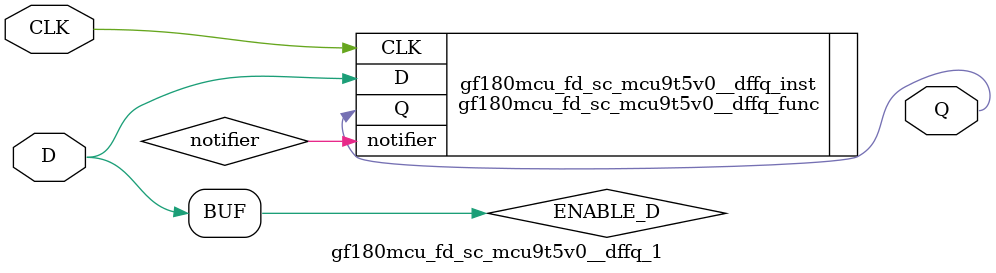
<source format=v>

`ifndef GF180MCU_FD_SC_MCU9T5V0__DFFQ_1_V
`define GF180MCU_FD_SC_MCU9T5V0__DFFQ_1_V

`include "gf180mcu_fd_sc_mcu9t5v0__dffq_func.v"

`ifdef USE_POWER_PINS
module gf180mcu_fd_sc_mcu9t5v0__dffq_1( CLK, D, Q, VDD, VSS );
inout VDD, VSS;
`else // If not USE_POWER_PINS
module gf180mcu_fd_sc_mcu9t5v0__dffq_1( CLK, D, Q );
`endif // If not USE_POWER_PINS
input CLK, D;
output Q;

`ifdef USE_POWER_PINS
  gf180mcu_fd_sc_mcu9t5v0__dffq_func gf180mcu_fd_sc_mcu9t5v0__dffq_inst(.CLK(CLK),.D(D),.Q(Q),.VDD(VDD),.VSS(VSS),.notifier(notifier));
`else // If not USE_POWER_PINS
  gf180mcu_fd_sc_mcu9t5v0__dffq_func gf180mcu_fd_sc_mcu9t5v0__dffq_inst(.CLK(CLK),.D(D),.Q(Q),.notifier(notifier));
`endif // If not USE_POWER_PINS

`ifndef FUNCTIONAL
	// spec_gates_begin


	not MGM_G0(ENABLE_NOT_D,D);


	buf MGM_G1(ENABLE_D,D);


	// spec_gates_end



   specify

	// specify_block_begin

	// seq arc CLK --> Q
	(posedge CLK => (Q : D))  = (1.0,1.0);

	$width(negedge CLK &&& (ENABLE_NOT_D === 1'b1)
		,1.0,0,notifier);

	$width(posedge CLK &&& (ENABLE_NOT_D === 1'b1)
		,1.0,0,notifier);

	$width(negedge CLK &&& (ENABLE_D === 1'b1)
		,1.0,0,notifier);

	$width(posedge CLK &&& (ENABLE_D === 1'b1)
		,1.0,0,notifier);

	// hold D-HL CLK-LH
	$hold(posedge CLK,negedge D,1.0,notifier);

	// hold D-LH CLK-LH
	$hold(posedge CLK,posedge D,1.0,notifier);

	// setup D-HL CLK-LH
	$setup(negedge D,posedge CLK,1.0,notifier);

	// setup D-LH CLK-LH
	$setup(posedge D,posedge CLK,1.0,notifier);

	// mpw CLK_lh
	$width(posedge CLK,1.0,0,notifier);

	// mpw CLK_hl
	$width(negedge CLK,1.0,0,notifier);

	// period CLK
	$period(posedge CLK &&& (ENABLE_NOT_D === 1'b1)
		,1.0,notifier);

	// period CLK
	$period(posedge CLK &&& (ENABLE_D === 1'b1)
		,1.0,notifier);

	// period CLK
	$period(posedge CLK,1.0,notifier);

	// specify_block_end

   endspecify

   `endif

endmodule
`endif // GF180MCU_FD_SC_MCU9T5V0__DFFQ_1_V

</source>
